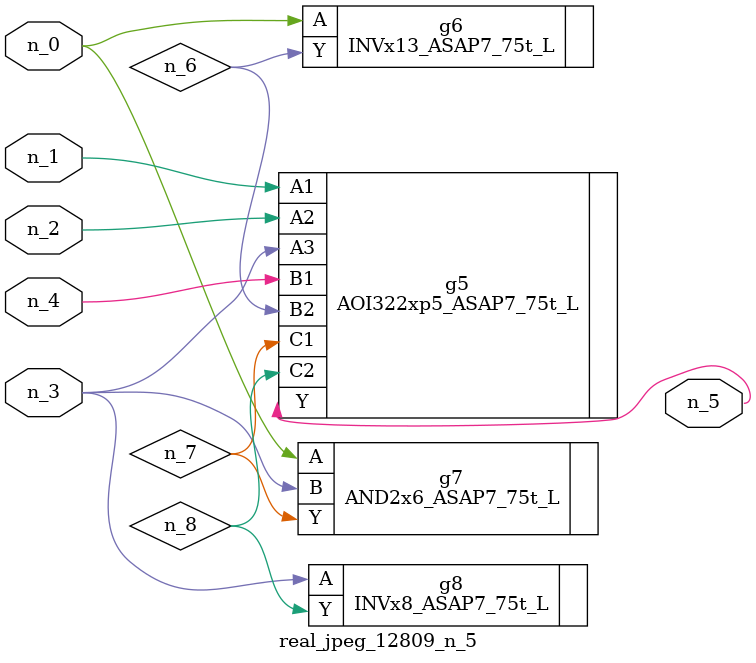
<source format=v>
module real_jpeg_12809_n_5 (n_4, n_0, n_1, n_2, n_3, n_5);

input n_4;
input n_0;
input n_1;
input n_2;
input n_3;

output n_5;

wire n_8;
wire n_6;
wire n_7;

INVx13_ASAP7_75t_L g6 ( 
.A(n_0),
.Y(n_6)
);

AND2x6_ASAP7_75t_L g7 ( 
.A(n_0),
.B(n_3),
.Y(n_7)
);

AOI322xp5_ASAP7_75t_L g5 ( 
.A1(n_1),
.A2(n_2),
.A3(n_3),
.B1(n_4),
.B2(n_6),
.C1(n_7),
.C2(n_8),
.Y(n_5)
);

INVx8_ASAP7_75t_L g8 ( 
.A(n_3),
.Y(n_8)
);


endmodule
</source>
